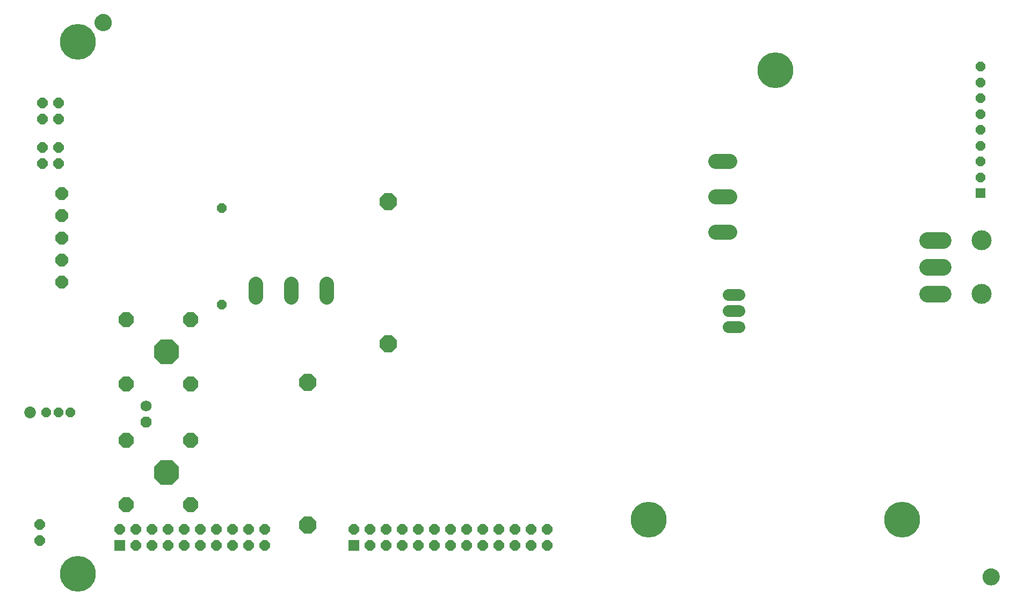
<source format=gbs>
G75*
%MOIN*%
%OFA0B0*%
%FSLAX25Y25*%
%IPPOS*%
%LPD*%
%AMOC8*
5,1,8,0,0,1.08239X$1,22.5*
%
%ADD10C,0.09450*%
%ADD11C,0.07200*%
%ADD12OC8,0.07687*%
%ADD13OC8,0.09200*%
%ADD14OC8,0.15600*%
%ADD15C,0.13198*%
%ADD16OC8,0.06506*%
%ADD17C,0.08850*%
%ADD18OC8,0.05915*%
%ADD19C,0.07293*%
%ADD20OC8,0.06000*%
%ADD21OC8,0.10600*%
%ADD22R,0.06506X0.06506*%
%ADD23R,0.05915X0.05915*%
%ADD24C,0.10293*%
%ADD25C,0.12411*%
%ADD26C,0.00500*%
%ADD27OC8,0.06900*%
%ADD28C,0.06900*%
%ADD29C,0.22254*%
D10*
X0504420Y0309768D02*
X0513270Y0309768D01*
X0513270Y0331768D02*
X0504420Y0331768D01*
X0504420Y0353768D02*
X0513270Y0353768D01*
D11*
X0512545Y0270902D02*
X0519145Y0270902D01*
X0519145Y0260902D02*
X0512545Y0260902D01*
X0512545Y0250902D02*
X0519145Y0250902D01*
D12*
X0098625Y0278618D03*
X0098625Y0292398D03*
X0098625Y0306177D03*
X0098625Y0319957D03*
X0098625Y0333736D03*
D13*
X0138546Y0255508D03*
X0178546Y0255508D03*
X0178546Y0215508D03*
X0138546Y0215508D03*
X0138546Y0180508D03*
X0178546Y0180508D03*
X0178546Y0140508D03*
X0138546Y0140508D03*
D14*
X0163585Y0160508D03*
X0163585Y0235508D03*
D15*
X0108467Y0097516D03*
X0108467Y0428224D03*
D16*
X0096341Y0389917D03*
X0096341Y0379917D03*
X0086341Y0379917D03*
X0086341Y0389917D03*
X0086341Y0362358D03*
X0086341Y0352358D03*
X0096341Y0352358D03*
X0096341Y0362358D03*
X0084845Y0128106D03*
X0084845Y0118106D03*
X0134609Y0125075D03*
X0144609Y0125075D03*
X0154609Y0125075D03*
X0164609Y0125075D03*
X0174609Y0125075D03*
X0184609Y0125075D03*
X0194609Y0125075D03*
X0204609Y0125075D03*
X0214609Y0125075D03*
X0224609Y0125075D03*
X0224609Y0115075D03*
X0214609Y0115075D03*
X0204609Y0115075D03*
X0194609Y0115075D03*
X0184609Y0115075D03*
X0174609Y0115075D03*
X0164609Y0115075D03*
X0154609Y0115075D03*
X0144609Y0115075D03*
X0279806Y0125075D03*
X0289806Y0125075D03*
X0299806Y0125075D03*
X0309806Y0125075D03*
X0319806Y0125075D03*
X0329806Y0125075D03*
X0339806Y0125075D03*
X0349806Y0125075D03*
X0359806Y0125075D03*
X0369806Y0125075D03*
X0379806Y0125075D03*
X0389806Y0125075D03*
X0399806Y0125075D03*
X0399806Y0115075D03*
X0389806Y0115075D03*
X0379806Y0115075D03*
X0369806Y0115075D03*
X0359806Y0115075D03*
X0349806Y0115075D03*
X0339806Y0115075D03*
X0329806Y0115075D03*
X0319806Y0115075D03*
X0309806Y0115075D03*
X0299806Y0115075D03*
X0289806Y0115075D03*
D17*
X0262660Y0269487D02*
X0262660Y0277737D01*
X0240660Y0277737D02*
X0240660Y0269487D01*
X0218660Y0269487D02*
X0218660Y0277737D01*
D18*
X0103940Y0197909D03*
X0096440Y0197909D03*
X0088940Y0197909D03*
X0668660Y0343835D03*
X0668660Y0353677D03*
X0668660Y0363520D03*
X0668660Y0373362D03*
X0668660Y0383205D03*
X0668660Y0393047D03*
X0668660Y0402890D03*
X0668660Y0412732D03*
D19*
X0078940Y0197909D03*
D20*
X0197910Y0264862D03*
X0197910Y0324862D03*
D21*
X0301160Y0328904D03*
X0301160Y0240321D03*
X0251160Y0216404D03*
X0251160Y0127821D03*
D22*
X0279806Y0115075D03*
X0134609Y0115075D03*
D23*
X0668660Y0333992D03*
D24*
X0645507Y0304648D02*
X0635814Y0304648D01*
X0635814Y0288112D02*
X0645507Y0288112D01*
X0645507Y0271577D02*
X0635814Y0271577D01*
D25*
X0669400Y0271577D03*
X0669400Y0304648D03*
D26*
X0675396Y0100547D02*
X0674528Y0100471D01*
X0673686Y0100246D01*
X0672896Y0099877D01*
X0672182Y0099377D01*
X0671566Y0098761D01*
X0671066Y0098047D01*
X0670698Y0097257D01*
X0670472Y0096415D01*
X0670396Y0095547D01*
X0670472Y0094679D01*
X0670698Y0093837D01*
X0671066Y0093047D01*
X0671566Y0092333D01*
X0672182Y0091717D01*
X0672896Y0091217D01*
X0673686Y0090849D01*
X0674528Y0090623D01*
X0675396Y0090547D01*
X0676265Y0090623D01*
X0677106Y0090849D01*
X0677896Y0091217D01*
X0678610Y0091717D01*
X0679227Y0092333D01*
X0679726Y0093047D01*
X0680095Y0093837D01*
X0680320Y0094679D01*
X0680396Y0095547D01*
X0680320Y0096415D01*
X0680095Y0097257D01*
X0679726Y0098047D01*
X0679227Y0098761D01*
X0678610Y0099377D01*
X0677896Y0099877D01*
X0677106Y0100246D01*
X0676265Y0100471D01*
X0675396Y0100547D01*
X0673849Y0100289D02*
X0676944Y0100289D01*
X0678020Y0099791D02*
X0672773Y0099791D01*
X0672097Y0099292D02*
X0678695Y0099292D01*
X0679194Y0098794D02*
X0671599Y0098794D01*
X0671240Y0098295D02*
X0679553Y0098295D01*
X0679843Y0097797D02*
X0670949Y0097797D01*
X0670717Y0097298D02*
X0680076Y0097298D01*
X0680217Y0096800D02*
X0670575Y0096800D01*
X0670462Y0096301D02*
X0680330Y0096301D01*
X0680374Y0095803D02*
X0670419Y0095803D01*
X0670418Y0095304D02*
X0680375Y0095304D01*
X0680331Y0094806D02*
X0670461Y0094806D01*
X0670572Y0094307D02*
X0680221Y0094307D01*
X0680081Y0093809D02*
X0670711Y0093809D01*
X0670944Y0093310D02*
X0679849Y0093310D01*
X0679561Y0092812D02*
X0671231Y0092812D01*
X0671586Y0092313D02*
X0679206Y0092313D01*
X0678708Y0091815D02*
X0672085Y0091815D01*
X0672755Y0091316D02*
X0678038Y0091316D01*
X0676990Y0090818D02*
X0673803Y0090818D01*
X0128545Y0437535D02*
X0128045Y0436821D01*
X0127429Y0436205D01*
X0126715Y0435705D01*
X0125925Y0435337D01*
X0125083Y0435111D01*
X0124215Y0435035D01*
X0123347Y0435111D01*
X0122505Y0435337D01*
X0121715Y0435705D01*
X0121001Y0436205D01*
X0120385Y0436821D01*
X0119885Y0437535D01*
X0119517Y0438325D01*
X0119291Y0439167D01*
X0119215Y0440035D01*
X0119291Y0440904D01*
X0119517Y0441746D01*
X0119885Y0442535D01*
X0120385Y0443249D01*
X0121001Y0443866D01*
X0121715Y0444366D01*
X0122505Y0444734D01*
X0123347Y0444959D01*
X0124215Y0445035D01*
X0125083Y0444959D01*
X0125925Y0444734D01*
X0126715Y0444366D01*
X0127429Y0443866D01*
X0128045Y0443249D01*
X0128545Y0442535D01*
X0128914Y0441746D01*
X0129139Y0440904D01*
X0129215Y0440035D01*
X0129139Y0439167D01*
X0128914Y0438325D01*
X0128545Y0437535D01*
X0128660Y0437781D02*
X0119770Y0437781D01*
X0119538Y0438280D02*
X0128893Y0438280D01*
X0129035Y0438778D02*
X0119395Y0438778D01*
X0119282Y0439277D02*
X0129149Y0439277D01*
X0129192Y0439775D02*
X0119238Y0439775D01*
X0119236Y0440274D02*
X0129194Y0440274D01*
X0129151Y0440772D02*
X0119280Y0440772D01*
X0119390Y0441271D02*
X0129041Y0441271D01*
X0128902Y0441770D02*
X0119528Y0441770D01*
X0119760Y0442268D02*
X0128670Y0442268D01*
X0128384Y0442767D02*
X0120047Y0442767D01*
X0120401Y0443265D02*
X0128030Y0443265D01*
X0127531Y0443764D02*
X0120899Y0443764D01*
X0121567Y0444262D02*
X0126863Y0444262D01*
X0125826Y0444761D02*
X0122605Y0444761D01*
X0120062Y0437283D02*
X0128369Y0437283D01*
X0128008Y0436784D02*
X0120422Y0436784D01*
X0120921Y0436286D02*
X0127510Y0436286D01*
X0126832Y0435787D02*
X0121598Y0435787D01*
X0122685Y0435289D02*
X0125746Y0435289D01*
D27*
X0150660Y0191612D03*
D28*
X0150660Y0201612D03*
D29*
X0108467Y0097516D03*
X0462798Y0130980D03*
X0620278Y0130980D03*
X0541538Y0410508D03*
X0108467Y0428224D03*
M02*

</source>
